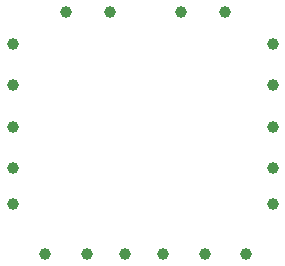
<source format=gbr>
%TF.GenerationSoftware,Altium Limited,Altium Designer,23.8.1 (32)*%
G04 Layer_Color=0*
%FSLAX43Y43*%
%MOMM*%
%TF.SameCoordinates,582071CA-0EC2-41F6-B836-5D022497499C*%
%TF.FilePolarity,Positive*%
%TF.FileFunction,Plated,1,2,PTH,Drill*%
%TF.Part,Single*%
G01*
G75*
%TA.AperFunction,OtherDrill,Pad Free-10 (74.25mm,87.5mm)*%
%ADD24C,1.000*%
%TA.AperFunction,OtherDrill,Pad Free-0 (74.25mm,81mm)*%
%ADD25C,1.000*%
%TA.AperFunction,OtherDrill,Pad Free-RA0 (74.25mm,84mm)*%
%ADD26C,1.000*%
%TA.AperFunction,OtherDrill,Pad Free-10 (74.25mm,91mm)*%
%ADD27C,1.000*%
%TA.AperFunction,OtherDrill,Pad Free-10 (74.25mm,94.5mm)*%
%ADD28C,1.000*%
%TA.AperFunction,OtherDrill,Pad Free-10 (77mm,76.75mm)*%
%ADD29C,1.000*%
%TA.AperFunction,OtherDrill,Pad Free-10 (80.5mm,76.75mm)*%
%ADD30C,1.000*%
%TA.AperFunction,OtherDrill,Pad Free-10 (90.5mm,76.75mm)*%
%ADD31C,1.000*%
%TA.AperFunction,OtherDrill,Pad Free-10 (87mm,76.75mm)*%
%ADD32C,1.000*%
%TA.AperFunction,OtherDrill,Pad Free-10 (94mm,76.75mm)*%
%ADD33C,1.000*%
%TA.AperFunction,OtherDrill,Pad Free-10 (88.5mm,97.25mm)*%
%ADD34C,1.000*%
%TA.AperFunction,OtherDrill,Pad Free-10 (96.25mm,81mm)*%
%ADD35C,1.000*%
%TA.AperFunction,OtherDrill,Pad Free-10 (96.25mm,84mm)*%
%ADD36C,1.000*%
%TA.AperFunction,OtherDrill,Pad Free-RA0 (96.25mm,91mm)*%
%ADD37C,1.000*%
%TA.AperFunction,OtherDrill,Pad Free-10 (96.25mm,87.5mm)*%
%ADD38C,1.000*%
%TA.AperFunction,OtherDrill,Pad Free-0 (96.25mm,94.5mm)*%
%ADD39C,1.000*%
%TA.AperFunction,OtherDrill,Pad Free-10 (78.75mm,97.25mm)*%
%ADD40C,1.000*%
%TA.AperFunction,OtherDrill,Pad Free-10 (82.5mm,97.25mm)*%
%ADD41C,1.000*%
%TA.AperFunction,OtherDrill,Pad Free-10 (92.25mm,97.25mm)*%
%ADD42C,1.000*%
%TA.AperFunction,OtherDrill,Pad Free-10 (83.75mm,76.75mm)*%
%ADD43C,1.000*%
D24*
X74250Y87500D02*
D03*
D25*
Y81000D02*
D03*
D26*
Y84000D02*
D03*
D27*
Y91000D02*
D03*
D28*
Y94500D02*
D03*
D29*
X77000Y76750D02*
D03*
D30*
X80500D02*
D03*
D31*
X90500D02*
D03*
D32*
X87000D02*
D03*
D33*
X94000D02*
D03*
D34*
X88500Y97250D02*
D03*
D35*
X96250Y81000D02*
D03*
D36*
Y84000D02*
D03*
D37*
Y91000D02*
D03*
D38*
Y87500D02*
D03*
D39*
Y94500D02*
D03*
D40*
X78750Y97250D02*
D03*
D41*
X82500D02*
D03*
D42*
X92250D02*
D03*
D43*
X83750Y76750D02*
D03*
%TF.MD5,1fa7131a14b52ea060966168bc6576aa*%
M02*

</source>
